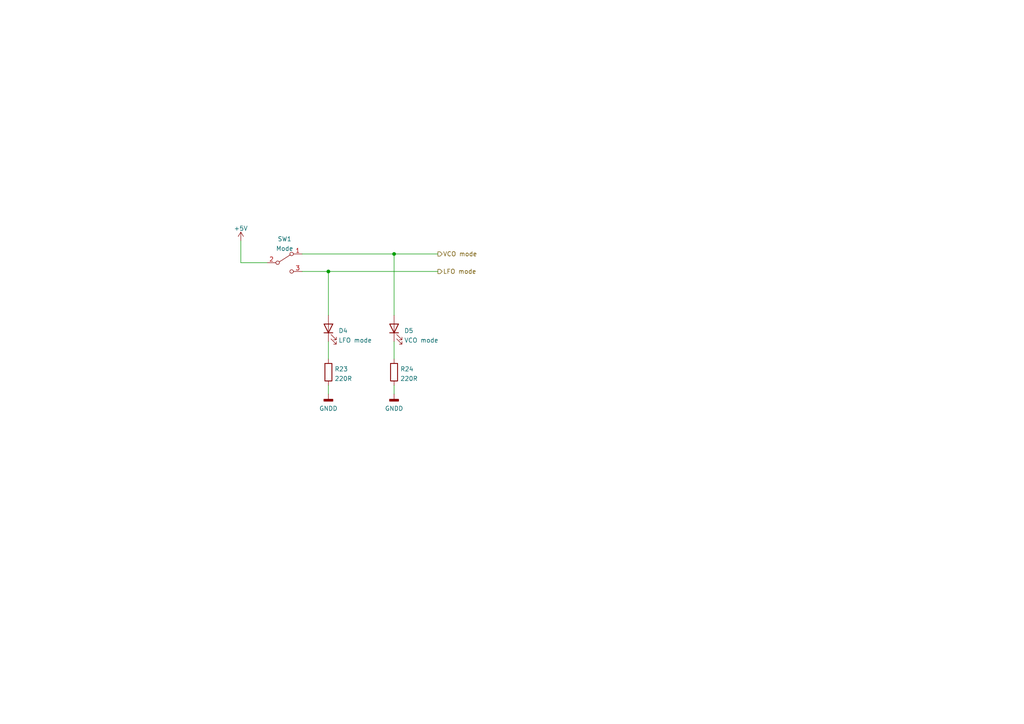
<source format=kicad_sch>
(kicad_sch (version 20211123) (generator eeschema)
  (paper "A4")
  (lib_symbols
    (symbol "Device:LED" (pin_numbers hide) (pin_names (offset 1.016) hide)
      (property "Reference" "D" (at 0 2.54 0))
      (property "Value" "LED" (at 0 -2.54 0))
      (symbol "LED_0_1"
        (polyline (pts (xy -1.27 -1.27) (xy -1.27 1.27)) (stroke (width 0.254)))
        (polyline (pts (xy -1.27 0) (xy 1.27 0)))
        (polyline (pts (xy 1.27 -1.27) (xy 1.27 1.27) (xy -1.27 0) (xy 1.27 -1.27)) (stroke (width 0.254)))
        (polyline (pts (xy -3.048 -0.762) (xy -4.572 -2.286) (xy -3.81 -2.286) (xy -4.572 -2.286) (xy -4.572 -1.524)))
        (polyline (pts (xy -1.778 -0.762) (xy -3.302 -2.286) (xy -2.54 -2.286) (xy -3.302 -2.286) (xy -3.302 -1.524)))
      )
      (symbol "LED_1_1"
        (pin passive line (at -3.81 0 0) (length 2.54) (name "K") (number "1"))
        (pin passive line (at 3.81 0 180) (length 2.54) (name "A") (number "2"))
      )
    )
    (symbol "Device:R" (pin_numbers hide) (pin_names (offset 0))
      (property "Reference" "R" (at 2.032 0 90))
      (property "Value" "R" (at 0 0 90))
      (symbol "R_0_1"
        (rectangle (start -1.016 -2.54) (end 1.016 2.54) (stroke (width 0.254)))
      )
      (symbol "R_1_1"
        (pin passive line (at 0 3.81 270) (length 1.27) (name "~") (number "1"))
        (pin passive line (at 0 -3.81 90) (length 1.27) (name "~") (number "2"))
      )
    )
    (symbol "Switch:SW_SPDT" (pin_names (offset 0) hide)
      (property "Reference" "SW" (at 0 4.318 0))
      (property "Value" "SW_SPDT" (at 0 -5.08 0))
      (symbol "SW_SPDT_0_0"
        (circle (center -2.032 0) (radius 0.508))
        (circle (center 2.032 -2.54) (radius 0.508))
      )
      (symbol "SW_SPDT_0_1"
        (polyline (pts (xy -1.524 0.254) (xy 1.651 2.286)))
        (circle (center 2.032 2.54) (radius 0.508))
      )
      (symbol "SW_SPDT_1_1"
        (pin passive line (at 5.08 2.54 180) (length 2.54) (name "A") (number "1"))
        (pin passive line (at -5.08 0 0) (length 2.54) (name "B") (number "2"))
        (pin passive line (at 5.08 -2.54 180) (length 2.54) (name "C") (number "3"))
      )
    )
    (symbol "power:+5V" (power) (pin_names (offset 0))
      (property "Value" "+5V" (at 0 3.556 0))
      (symbol "+5V_0_1"
        (polyline (pts (xy -0.762 1.27) (xy 0 2.54)))
        (polyline (pts (xy 0 0) (xy 0 2.54)))
        (polyline (pts (xy 0 2.54) (xy 0.762 1.27)))
      )
      (symbol "+5V_1_1"
        (pin power_in line (at 0 0 90) (length 0) hide (name "+5V") (number "1"))
      )
    )
    (symbol "power:GNDD" (power) (pin_names (offset 0))
      (property "Value" "GNDD" (at 0 -3.175 0))
      (symbol "GNDD_0_1"
        (rectangle (start -1.27 -1.524) (end 1.27 -2.032) (stroke (width 0.254)) (fill (type outline)))
        (polyline (pts (xy 0 0) (xy 0 -1.524)))
      )
      (symbol "GNDD_1_1"
        (pin power_in line (at 0 0 270) (length 0) hide (name "GNDD") (number "1"))
      )
    )
  )
  (junction (at 95.25 78.74))
  (junction (at 114.3 73.66))
  (wire (pts (xy 95.25 99.06) (xy 95.25 104.14)))
  (wire (pts (xy 87.63 73.66) (xy 114.3 73.66)))
  (wire (pts (xy 114.3 73.66) (xy 114.3 91.44)))
  (wire (pts (xy 95.25 111.76) (xy 95.25 114.3)))
  (wire (pts (xy 69.85 76.2) (xy 77.47 76.2)))
  (wire (pts (xy 114.3 99.06) (xy 114.3 104.14)))
  (wire (pts (xy 95.25 78.74) (xy 127 78.74)))
  (wire (pts (xy 114.3 73.66) (xy 127 73.66)))
  (wire (pts (xy 69.85 69.85) (xy 69.85 76.2)))
  (wire (pts (xy 114.3 111.76) (xy 114.3 114.3)))
  (wire (pts (xy 87.63 78.74) (xy 95.25 78.74)))
  (wire (pts (xy 95.25 78.74) (xy 95.25 91.44)))
  (hierarchical_label "VCO mode" (shape output) (at 127 73.66 0))
  (hierarchical_label "LFO mode" (shape output) (at 127 78.74 0))
  (symbol (lib_id "power:GNDD") (at 114.3 114.3 0) (unit 1)
    (property "Reference" "#PWR041" (effects hide))
    (property "Value" "GNDD" (at 114.3 118.4815 0))
  )
  (symbol (lib_id "Device:R") (at 114.3 107.95 0) (unit 1)
    (property "Reference" "R24" (at 116.078 107.0415 0) (effects (justify left)))
    (property "Value" "220R" (at 116.078 109.8166 0) (effects (justify left)))
    (property "Footprint" "Resistor_THT:R_Axial_DIN0207_L6.3mm_D2.5mm_P10.16mm_Horizontal" (effects hide))
  )
  (symbol (lib_id "Device:R") (at 95.25 107.95 0) (unit 1)
    (property "Reference" "R23" (at 97.028 107.0415 0) (effects (justify left)))
    (property "Value" "220R" (at 97.028 109.8166 0) (effects (justify left)))
    (property "Footprint" "Resistor_THT:R_Axial_DIN0207_L6.3mm_D2.5mm_P10.16mm_Horizontal" (effects hide))
  )
  (symbol (lib_id "Device:LED") (at 114.3 95.25 90) (unit 1)
    (property "Reference" "D5" (at 117.221 95.929 90) (effects (justify right)))
    (property "Value" "VCO mode" (at 117.221 98.7041 90) (effects (justify right)))
    (property "Footprint" "LED_THT:LED_D3.0mm_FlatTop" (effects hide))
  )
  (symbol (lib_id "Device:LED") (at 95.25 95.25 90) (unit 1)
    (property "Reference" "D4" (at 98.171 95.929 90) (effects (justify right)))
    (property "Value" "LFO mode" (at 98.171 98.7041 90) (effects (justify right)))
    (property "Footprint" "LED_THT:LED_D3.0mm_FlatTop" (effects hide))
  )
  (symbol (lib_id "power:GNDD") (at 95.25 114.3 0) (unit 1)
    (property "Reference" "#PWR040" (effects hide))
    (property "Value" "GNDD" (at 95.25 118.4815 0))
  )
  (symbol (lib_id "Switch:SW_SPDT") (at 82.55 76.2 0) (unit 1)
    (property "Reference" "SW1" (at 82.55 69.3125 0))
    (property "Value" "Mode" (at 82.55 72.0876 0))
    (property "Footprint" "Custom Footprints:SPDT Switch" (effects hide))
  )
  (symbol (lib_id "power:+5V") (at 69.85 69.85 0) (unit 1)
    (property "Reference" "#PWR039" (effects hide))
    (property "Value" "+5V" (at 69.85 66.2455 0))
  )
)
</source>
